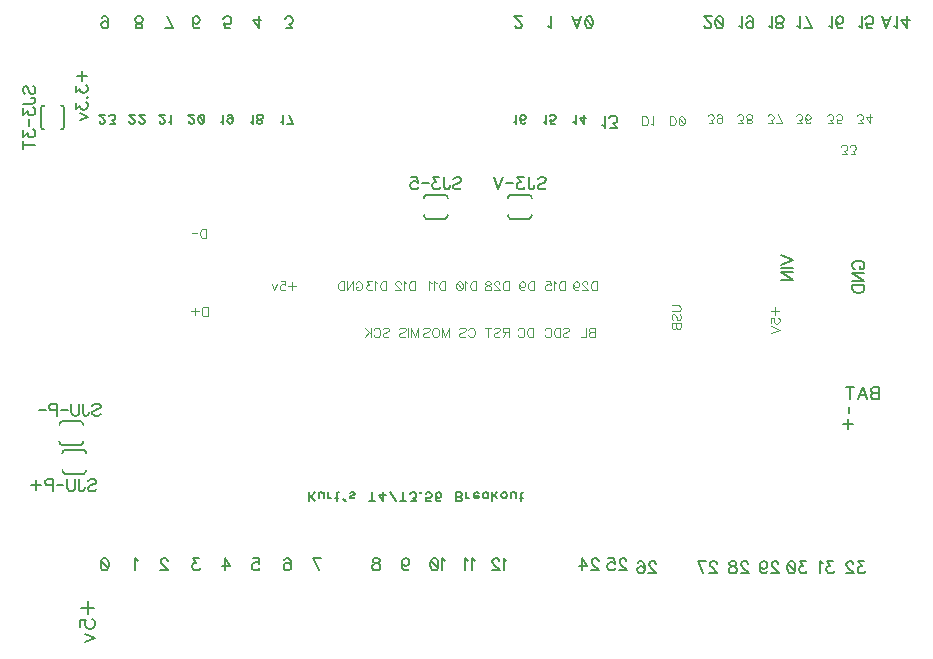
<source format=gbo>
G04 DipTrace 3.3.1.3*
G04 T4-T36-Breakout.gbo*
%MOIN*%
G04 #@! TF.FileFunction,Legend,Bot*
G04 #@! TF.Part,Single*
%ADD22C,0.008*%
%ADD129C,0.006176*%
%ADD130C,0.004632*%
%ADD131C,0.006562*%
%ADD132C,0.00772*%
%ADD133C,0.007*%
%FSLAX26Y26*%
G04*
G70*
G90*
G75*
G01*
G04 BotSilk*
%LPD*%
X1867911Y2033070D2*
D22*
X1804922D1*
X1867911Y1954330D2*
G03X1875793Y1966141I-1971J9850D01*
G01*
X1797040D2*
G03X1804922Y1954330I9852J-1961D01*
G01*
X1797040Y2021259D2*
G02X1804922Y2033070I9852J1961D01*
G01*
X1867911D2*
G02X1875793Y2021259I-1971J-9850D01*
G01*
X1804922Y1954330D2*
X1867911D1*
X519330Y2322478D2*
Y2259489D1*
X598070Y2322478D2*
G03X586259Y2330360I-9850J-1971D01*
G01*
Y2251607D2*
G03X598070Y2259489I1961J9852D01*
G01*
X531141Y2251607D2*
G02X519330Y2259489I-1961J9852D01*
G01*
Y2322478D2*
G02X531141Y2330360I9850J-1971D01*
G01*
X598070Y2259489D2*
Y2322478D1*
X2147911Y2033070D2*
X2084922D1*
X2147911Y1954330D2*
G03X2155793Y1966141I-1971J9850D01*
G01*
X2077040D2*
G03X2084922Y1954330I9852J-1961D01*
G01*
X2077040Y2021259D2*
G02X2084922Y2033070I9852J1961D01*
G01*
X2147911D2*
G02X2155793Y2021259I-1971J-9850D01*
G01*
X2084922Y1954330D2*
X2147911D1*
X599489Y1104330D2*
X662478D1*
X599489Y1183070D2*
G03X591607Y1171259I1971J-9850D01*
G01*
X670360D2*
G03X662478Y1183070I-9852J1961D01*
G01*
X670360Y1116141D2*
G02X662478Y1104330I-9852J-1961D01*
G01*
X599489D2*
G02X591607Y1116141I1971J9850D01*
G01*
X662478Y1183070D2*
X599489D1*
X589489Y1199330D2*
X652478D1*
X589489Y1278070D2*
G03X581607Y1266259I1971J-9850D01*
G01*
X660360D2*
G03X652478Y1278070I-9852J1961D01*
G01*
X660360Y1211141D2*
G02X652478Y1199330I-9852J-1961D01*
G01*
X589489D2*
G02X581607Y1211141I1971J9850D01*
G01*
X652478Y1278070D2*
X589489D1*
X1895143Y2085901D2*
D129*
X1898946Y2089747D1*
X1904694Y2091649D1*
X1912343D1*
X1918091Y2089747D1*
X1921938Y2085901D1*
Y2082098D1*
X1919992Y2078251D1*
X1918091Y2076350D1*
X1914289Y2074449D1*
X1902793Y2070602D1*
X1898946Y2068701D1*
X1897045Y2066755D1*
X1895143Y2062953D1*
Y2057205D1*
X1898946Y2053402D1*
X1904694Y2051457D1*
X1912343D1*
X1918091Y2053402D1*
X1921938Y2057205D1*
X1863646Y2091649D2*
Y2061051D1*
X1865548Y2055303D1*
X1867493Y2053402D1*
X1871296Y2051457D1*
X1875143D1*
X1878945Y2053402D1*
X1880846Y2055303D1*
X1882792Y2061051D1*
Y2064854D1*
X1847448Y2091604D2*
X1826446D1*
X1837898Y2076306D1*
X1832150D1*
X1828347Y2074404D1*
X1826446Y2072503D1*
X1824500Y2066755D1*
Y2062953D1*
X1826446Y2057205D1*
X1830248Y2053358D1*
X1835996Y2051457D1*
X1841745D1*
X1847448Y2053358D1*
X1849350Y2055303D1*
X1851295Y2059106D1*
X1812149Y2071530D2*
X1790041D1*
X1754742Y2091604D2*
X1773843D1*
X1775744Y2074404D1*
X1773843Y2076306D1*
X1768095Y2078251D1*
X1762391D1*
X1756643Y2076306D1*
X1752796Y2072503D1*
X1750895Y2066755D1*
Y2062953D1*
X1752796Y2057205D1*
X1756643Y2053358D1*
X1762391Y2051457D1*
X1768095D1*
X1773843Y2053358D1*
X1775744Y2055303D1*
X1777690Y2059106D1*
X466500Y2369283D2*
X462653Y2373086D1*
X460751Y2378834D1*
Y2386483D1*
X462653Y2392231D1*
X466500Y2396078D1*
X470302D1*
X474149Y2394132D1*
X476050Y2392231D1*
X477951Y2388429D1*
X481798Y2376933D1*
X483699Y2373086D1*
X485645Y2371184D1*
X489447Y2369283D1*
X495195D1*
X498998Y2373086D1*
X500943Y2378834D1*
Y2386483D1*
X498998Y2392231D1*
X495195Y2396078D1*
X460752Y2337786D2*
X491349D1*
X497097Y2339688D1*
X498998Y2341633D1*
X500943Y2345436D1*
Y2349283D1*
X498998Y2353085D1*
X497097Y2354986D1*
X491349Y2356932D1*
X487546D1*
X460796Y2321588D2*
Y2300586D1*
X476094Y2312038D1*
Y2306290D1*
X477996Y2302487D1*
X479897Y2300586D1*
X485645Y2298640D1*
X489447D1*
X495195Y2300586D1*
X499042Y2304388D1*
X500943Y2310136D1*
Y2315884D1*
X499042Y2321588D1*
X497097Y2323490D1*
X493294Y2325435D1*
X480870Y2286289D2*
Y2264181D1*
X460796Y2247983D2*
Y2226981D1*
X476094Y2238432D1*
Y2232684D1*
X477996Y2228882D1*
X479897Y2226981D1*
X485645Y2225035D1*
X489447D1*
X495195Y2226981D1*
X499042Y2230783D1*
X500944Y2236531D1*
X500943Y2242279D1*
X499042Y2247983D1*
X497097Y2249884D1*
X493294Y2251830D1*
X460751Y2199287D2*
X500944Y2199286D1*
X460752Y2212684D2*
X460751Y2185889D1*
X2177045Y2085901D2*
X2180847Y2089747D1*
X2186595Y2091649D1*
X2194244D1*
X2199992Y2089747D1*
X2203839Y2085901D1*
Y2082098D1*
X2201894Y2078251D1*
X2199992Y2076350D1*
X2196190Y2074449D1*
X2184694Y2070602D1*
X2180847Y2068701D1*
X2178946Y2066755D1*
X2177045Y2062953D1*
Y2057205D1*
X2180847Y2053402D1*
X2186595Y2051457D1*
X2194244D1*
X2199992Y2053402D1*
X2203839Y2057205D1*
X2145548Y2091649D2*
Y2061051D1*
X2147449Y2055303D1*
X2149395Y2053402D1*
X2153197Y2051457D1*
X2157044D1*
X2160846Y2053402D1*
X2162748Y2055303D1*
X2164693Y2061051D1*
Y2064854D1*
X2129350Y2091604D2*
X2108347D1*
X2119799Y2076306D1*
X2114051D1*
X2110248Y2074404D1*
X2108347Y2072503D1*
X2106402Y2066755D1*
Y2062953D1*
X2108347Y2057205D1*
X2112150Y2053358D1*
X2117898Y2051457D1*
X2123646D1*
X2129350Y2053358D1*
X2131251Y2055303D1*
X2133196Y2059106D1*
X2094050Y2071530D2*
X2071942D1*
X2059591Y2091649D2*
X2044292Y2051457D1*
X2028994Y2091649D1*
X678108Y1080015D2*
X681910Y1083862D1*
X687658Y1085763D1*
X695308D1*
X701056Y1083862D1*
X704903Y1080015D1*
Y1076212D1*
X702957Y1072366D1*
X701056Y1070464D1*
X697253Y1068563D1*
X685757Y1064716D1*
X681910Y1062815D1*
X680009Y1060870D1*
X678108Y1057067D1*
Y1051319D1*
X681910Y1047516D1*
X687658Y1045571D1*
X695308D1*
X701056Y1047516D1*
X704903Y1051319D1*
X646611Y1085763D2*
Y1055166D1*
X648512Y1049418D1*
X650458Y1047516D1*
X654260Y1045571D1*
X658107D1*
X661910Y1047516D1*
X663811Y1049418D1*
X665756Y1055166D1*
Y1058968D1*
X634260Y1085763D2*
Y1057067D1*
X632358Y1051319D1*
X628512Y1047516D1*
X622764Y1045571D1*
X618961D1*
X613213Y1047516D1*
X609366Y1051319D1*
X607465Y1057067D1*
Y1085763D1*
X595114Y1065645D2*
X573006D1*
X560654Y1064716D2*
X543410D1*
X537707Y1066618D1*
X535761Y1068563D1*
X533860Y1072366D1*
Y1078114D1*
X535761Y1081916D1*
X537707Y1083862D1*
X543410Y1085763D1*
X560654D1*
Y1045571D1*
X504308Y1082867D2*
Y1048423D1*
X521508Y1065623D2*
X487064D1*
X691940Y1330901D2*
X695742Y1334747D1*
X701490Y1336649D1*
X709140D1*
X714888Y1334747D1*
X718734Y1330901D1*
Y1327098D1*
X716789Y1323251D1*
X714888Y1321350D1*
X711085Y1319449D1*
X699589Y1315602D1*
X695742Y1313701D1*
X693841Y1311755D1*
X691940Y1307953D1*
Y1302205D1*
X695742Y1298402D1*
X701490Y1296457D1*
X709140D1*
X714888Y1298402D1*
X718734Y1302205D1*
X660443Y1336649D2*
Y1306051D1*
X662344Y1300303D1*
X664290Y1298402D1*
X668092Y1296457D1*
X671939D1*
X675742Y1298402D1*
X677643Y1300303D1*
X679588Y1306051D1*
Y1309854D1*
X648092Y1336649D2*
Y1307953D1*
X646190Y1302205D1*
X642344Y1298402D1*
X636596Y1296457D1*
X632793D1*
X627045Y1298402D1*
X623198Y1302205D1*
X621297Y1307953D1*
Y1336649D1*
X608946Y1316530D2*
X586838D1*
X574486Y1315602D2*
X557242D1*
X551538Y1317503D1*
X549593Y1319449D1*
X547692Y1323251D1*
Y1328999D1*
X549593Y1332802D1*
X551538Y1334747D1*
X557242Y1336649D1*
X574486D1*
Y1296457D1*
X535340Y1316530D2*
X513232D1*
X1965969Y814299D2*
X1962122Y816245D1*
X1956374Y821948D1*
Y781801D1*
X1944023Y814299D2*
X1940176Y816245D1*
X1934428Y821948D1*
Y781801D1*
X2071669Y813799D2*
X2067822Y815745D1*
X2062074Y821448D1*
Y781301D1*
X2047777Y811898D2*
Y813799D1*
X2045876Y817646D1*
X2043975Y819547D1*
X2040128Y821448D1*
X2032479D1*
X2028676Y819547D1*
X2026775Y817646D1*
X2024830Y813799D1*
Y809997D1*
X2026775Y806150D1*
X2030578Y800446D1*
X2049723Y781301D1*
X2022928D1*
X2391928Y2265031D2*
X2395774Y2263086D1*
X2401522Y2257382D1*
Y2297530D1*
X2417721Y2257382D2*
X2438723D1*
X2427271Y2272681D1*
X2433019D1*
X2436822Y2274582D1*
X2438723Y2276483D1*
X2440668Y2282231D1*
Y2286034D1*
X2438723Y2291782D1*
X2434920Y2295629D1*
X2429172Y2297530D1*
X2423424D1*
X2417721Y2295629D1*
X2415819Y2293683D1*
X2413874Y2289881D1*
X1337257Y2588025D2*
X1358260D1*
X1346808Y2603324D1*
X1352556D1*
X1356358Y2605225D1*
X1358260Y2607126D1*
X1360205Y2612874D1*
Y2616677D1*
X1358260Y2622425D1*
X1354457Y2626272D1*
X1348709Y2628173D1*
X1342961D1*
X1337257Y2626272D1*
X1335356Y2624326D1*
X1333411Y2620524D1*
X2321059Y2628173D2*
X2305716Y2587981D1*
X2290418Y2628173D1*
X2296166Y2614776D2*
X2315311D1*
X2344907Y2588025D2*
X2339159Y2589926D1*
X2335312Y2595674D1*
X2333411Y2605225D1*
Y2610973D1*
X2335312Y2620524D1*
X2339159Y2626272D1*
X2344907Y2628173D1*
X2348709D1*
X2354457Y2626272D1*
X2358260Y2620524D1*
X2360205Y2610973D1*
Y2605225D1*
X2358260Y2595674D1*
X2354457Y2589926D1*
X2348709Y2588025D1*
X2344907D1*
X2358260Y2595674D2*
X2335312Y2620524D1*
X1013157Y2278213D2*
D131*
Y2276788D1*
X1014583Y2273902D1*
X1016009Y2272477D1*
X1018894Y2271051D1*
X1024631D1*
X1027483Y2272477D1*
X1028909Y2273902D1*
X1030368Y2276788D1*
Y2279639D1*
X1028909Y2282525D1*
X1026057Y2286802D1*
X1011698Y2301161D1*
X1031794D1*
X1053540Y2271051D2*
X1049229Y2272476D1*
X1046343Y2276788D1*
X1044918Y2283950D1*
Y2288261D1*
X1046344Y2295424D1*
X1049229Y2299735D1*
X1053540Y2301161D1*
X1056392D1*
X1060703Y2299735D1*
X1063554Y2295424D1*
X1065014Y2288261D1*
Y2283950D1*
X1063554Y2276787D1*
X1060702Y2272476D1*
X1056391Y2271051D1*
X1053540D1*
X1063554Y2276787D2*
X1046344Y2295424D1*
X916057Y2278213D2*
Y2276788D1*
X917483Y2273902D1*
X918909Y2272477D1*
X921794Y2271051D1*
X927531D1*
X930383Y2272477D1*
X931809Y2273902D1*
X933268Y2276788D1*
Y2279639D1*
X931809Y2282525D1*
X928957Y2286802D1*
X914598Y2301161D1*
X934694D1*
X947817Y2276787D2*
X950702Y2275328D1*
X955014Y2271050D1*
Y2301161D1*
X815157Y2278213D2*
Y2276788D1*
X816583Y2273902D1*
X818009Y2272477D1*
X820894Y2271051D1*
X826631D1*
X829483Y2272477D1*
X830909Y2273902D1*
X832368Y2276788D1*
Y2279639D1*
X830909Y2282525D1*
X828057Y2286802D1*
X813698Y2301161D1*
X833794D1*
X848377Y2278213D2*
Y2276788D1*
X849803Y2273902D1*
X851229Y2272476D1*
X854114Y2271051D1*
X859851D1*
X862702Y2272476D1*
X864128Y2273902D1*
X865588Y2276787D1*
Y2279639D1*
X864128Y2282524D1*
X861277Y2286802D1*
X846918Y2301161D1*
X867014D1*
X716157Y2278213D2*
Y2276788D1*
X717583Y2273902D1*
X719009Y2272477D1*
X721894Y2271051D1*
X727631D1*
X730483Y2272477D1*
X731909Y2273902D1*
X733368Y2276788D1*
Y2279639D1*
X731909Y2282525D1*
X729057Y2286802D1*
X714698Y2301161D1*
X734794D1*
X750803Y2271051D2*
X766554Y2271050D1*
X757966Y2282524D1*
X762277D1*
X765128Y2283950D1*
X766554Y2285376D1*
X768014Y2289687D1*
Y2292539D1*
X766554Y2296850D1*
X763703Y2299735D1*
X759392Y2301161D1*
X755081D1*
X750803Y2299735D1*
X749377Y2298276D1*
X747918Y2295424D1*
X1121024Y2276788D2*
X1123909Y2275328D1*
X1128220Y2271051D1*
Y2301161D1*
X1160014Y2281065D2*
X1158554Y2285376D1*
X1155702Y2288261D1*
X1151391Y2289687D1*
X1149966D1*
X1145655Y2288261D1*
X1142803Y2285376D1*
X1141344Y2281065D1*
Y2279639D1*
X1142803Y2275328D1*
X1145655Y2272476D1*
X1149966Y2271051D1*
X1151391D1*
X1155702Y2272476D1*
X1158554Y2275328D1*
X1160014Y2281065D1*
Y2288261D1*
X1158554Y2295424D1*
X1155703Y2299735D1*
X1151392Y2301161D1*
X1148540D1*
X1144229Y2299735D1*
X1142803Y2296850D1*
X1320598Y2276788D2*
X1323483Y2275328D1*
X1327794Y2271051D1*
Y2301161D1*
X1346655D2*
X1361014Y2271050D1*
X1340918Y2271051D1*
X1218631Y2276788D2*
X1221516Y2275328D1*
X1225827Y2271051D1*
Y2301161D1*
X1246114Y2271051D2*
X1241836Y2272476D1*
X1240377Y2275328D1*
Y2278213D1*
X1241836Y2281065D1*
X1244688Y2282525D1*
X1250425Y2283950D1*
X1254736Y2285376D1*
X1257588Y2288261D1*
X1259014Y2291113D1*
Y2295424D1*
X1257588Y2298276D1*
X1256162Y2299735D1*
X1251851Y2301161D1*
X1246114D1*
X1241836Y2299735D1*
X1240377Y2298276D1*
X1238951Y2295424D1*
Y2291113D1*
X1240377Y2288261D1*
X1243262Y2285376D1*
X1247540Y2283950D1*
X1253277Y2282524D1*
X1256162Y2281065D1*
X1257588Y2278213D1*
Y2275328D1*
X1256162Y2272476D1*
X1251851Y2271051D1*
X1246114D1*
X653743Y657025D2*
D132*
X696798D1*
X675299Y678525D2*
Y635470D1*
X650179Y591346D2*
Y615222D1*
X671678Y617598D1*
X669302Y615222D1*
X666870Y608037D1*
Y600907D1*
X669302Y593722D1*
X674055Y588914D1*
X681240Y586537D1*
X685993D1*
X693178Y588914D1*
X697987Y593722D1*
X700363Y600907D1*
Y608037D1*
X697987Y615222D1*
X695555Y617598D1*
X690802Y620030D1*
X666870Y571098D2*
X700363Y556728D1*
X666870Y542413D1*
X639218Y2429084D2*
D129*
X673662D1*
X656462Y2446284D2*
Y2411840D1*
X636366Y2395642D2*
Y2374639D1*
X651665Y2386091D1*
Y2380343D1*
X653566Y2376541D1*
X655467Y2374639D1*
X661216Y2372694D1*
X665018D1*
X670766Y2374639D1*
X674613Y2378442D1*
X676514Y2384190D1*
Y2389938D1*
X674613Y2395642D1*
X672667Y2397543D1*
X668865Y2399489D1*
X672667Y2358441D2*
X674613Y2360342D1*
X676514Y2358441D1*
X674613Y2356496D1*
X672667Y2358441D1*
X636366Y2340298D2*
Y2319295D1*
X651665Y2330747D1*
Y2324999D1*
X653566Y2321196D1*
X655468Y2319295D1*
X661216Y2317350D1*
X665018D1*
X670766Y2319295D1*
X674613Y2323098D1*
X676514Y2328846D1*
Y2334594D1*
X674613Y2340298D1*
X672667Y2342199D1*
X668865Y2344144D1*
X649719Y2304998D2*
X676514Y2293502D1*
X649719Y2282050D1*
X2097057Y2276788D2*
D131*
X2099942Y2275328D1*
X2104253Y2271051D1*
Y2301161D1*
X2134588Y2275328D2*
X2133162Y2272476D1*
X2128851Y2271051D1*
X2125999D1*
X2121688Y2272476D1*
X2118803Y2276788D1*
X2117377Y2283950D1*
Y2291113D1*
X2118803Y2296850D1*
X2121688Y2299735D1*
X2125999Y2301161D1*
X2127425D1*
X2131703Y2299735D1*
X2134588Y2296850D1*
X2136014Y2292539D1*
Y2291113D1*
X2134588Y2286802D1*
X2131702Y2283950D1*
X2127425Y2282524D1*
X2125999D1*
X2121688Y2283950D1*
X2118803Y2286802D1*
X2117377Y2291113D1*
X2195598Y2276788D2*
X2198483Y2275328D1*
X2202794Y2271051D1*
Y2301161D1*
X2233128Y2271051D2*
X2218803D1*
X2217377Y2283950D1*
X2218803Y2282525D1*
X2223114Y2281065D1*
X2227391D1*
X2231702Y2282524D1*
X2234588Y2285376D1*
X2236014Y2289687D1*
Y2292539D1*
X2234588Y2296850D1*
X2231703Y2299735D1*
X2227392Y2301161D1*
X2223114D1*
X2218803Y2299735D1*
X2217377Y2298276D1*
X2215918Y2295424D1*
X2295155Y2276788D2*
X2298040Y2275328D1*
X2302351Y2271051D1*
Y2301161D1*
X2329834D2*
Y2271051D1*
X2315475Y2291113D1*
X2336996D1*
X2378825Y811898D2*
D129*
Y813799D1*
X2376924Y817646D1*
X2375022Y819547D1*
X2371175Y821448D1*
X2363526D1*
X2359724Y819547D1*
X2357822Y817646D1*
X2355877Y813799D1*
Y809997D1*
X2357822Y806150D1*
X2361625Y800446D1*
X2380770Y781301D1*
X2353976D1*
X2322479D2*
Y821448D1*
X2341624Y794698D1*
X2312928D1*
X2471924Y811898D2*
Y813799D1*
X2470022Y817646D1*
X2468121Y819547D1*
X2464274Y821448D1*
X2456625D1*
X2452822Y819547D1*
X2450921Y817646D1*
X2448976Y813799D1*
Y809997D1*
X2450921Y806150D1*
X2454724Y800446D1*
X2473869Y781301D1*
X2447074D1*
X2411775Y821448D2*
X2430876D1*
X2432777Y804249D1*
X2430876Y806150D1*
X2425128Y808095D1*
X2419424D1*
X2413676Y806150D1*
X2409830Y802347D1*
X2407928Y796599D1*
Y792797D1*
X2409830Y787049D1*
X2413676Y783202D1*
X2419424Y781301D1*
X2425128D1*
X2430876Y783202D1*
X2432777Y785147D1*
X2434723Y788950D1*
X2569978Y801898D2*
Y803799D1*
X2568077Y807646D1*
X2566175Y809547D1*
X2562329Y811448D1*
X2554679D1*
X2550877Y809547D1*
X2548976Y807646D1*
X2547030Y803799D1*
Y799997D1*
X2548976Y796150D1*
X2552778Y790446D1*
X2571924Y771301D1*
X2545129D1*
X2509830Y805745D2*
X2511731Y809547D1*
X2517479Y811448D1*
X2521281D1*
X2527029Y809547D1*
X2530876Y803799D1*
X2532777Y794249D1*
Y784698D1*
X2530876Y777049D1*
X2527029Y773202D1*
X2521281Y771301D1*
X2519380D1*
X2513676Y773202D1*
X2509830Y777049D1*
X2507928Y782797D1*
Y784698D1*
X2509830Y790446D1*
X2513676Y794249D1*
X2519380Y796150D1*
X2521281D1*
X2527029Y794249D1*
X2530876Y790446D1*
X2532777Y784698D1*
X2772924Y803398D2*
Y805299D1*
X2771022Y809146D1*
X2769121Y811047D1*
X2765274Y812948D1*
X2757625D1*
X2753822Y811047D1*
X2751921Y809146D1*
X2749976Y805299D1*
Y801497D1*
X2751921Y797650D1*
X2755724Y791946D1*
X2774869Y772801D1*
X2748074D1*
X2728074D2*
X2708928Y812948D1*
X2735723D1*
X2876879Y802398D2*
Y804299D1*
X2874978Y808146D1*
X2873077Y810047D1*
X2869230Y811948D1*
X2861581D1*
X2857778Y810047D1*
X2855877Y808146D1*
X2853931Y804299D1*
Y800497D1*
X2855877Y796650D1*
X2859679Y790946D1*
X2878825Y771801D1*
X2852030D1*
X2830128Y811948D2*
X2835832Y810047D1*
X2837777Y806245D1*
Y802398D1*
X2835832Y798595D1*
X2832029Y796650D1*
X2824380Y794749D1*
X2818632Y792847D1*
X2814830Y789001D1*
X2812928Y785198D1*
Y779450D1*
X2814830Y775647D1*
X2816731Y773702D1*
X2822479Y771801D1*
X2830128D1*
X2835832Y773702D1*
X2837777Y775647D1*
X2839679Y779450D1*
Y785198D1*
X2837777Y789001D1*
X2833931Y792847D1*
X2828227Y794749D1*
X2820578Y796650D1*
X2816731Y798595D1*
X2814830Y802398D1*
Y806245D1*
X2816731Y810047D1*
X2822479Y811948D1*
X2830128D1*
X2978522Y802898D2*
Y804799D1*
X2976621Y808646D1*
X2974720Y810547D1*
X2970873Y812448D1*
X2963224D1*
X2959421Y810547D1*
X2957520Y808646D1*
X2955574Y804799D1*
Y800997D1*
X2957520Y797150D1*
X2961322Y791446D1*
X2980468Y772301D1*
X2953673D1*
X2916428Y799095D2*
X2918374Y793347D1*
X2922176Y789501D1*
X2927924Y787599D1*
X2929826D1*
X2935574Y789501D1*
X2939376Y793347D1*
X2941322Y799095D1*
Y800997D1*
X2939376Y806745D1*
X2935574Y810547D1*
X2929826Y812448D1*
X2927924D1*
X2922176Y810547D1*
X2918374Y806745D1*
X2916428Y799095D1*
Y789501D1*
X2918374Y779950D1*
X2922176Y774202D1*
X2927924Y772301D1*
X2931727D1*
X2937475Y774202D1*
X2939376Y778049D1*
X3265022Y811448D2*
X3244020D1*
X3255472Y796150D1*
X3249724D1*
X3245921Y794249D1*
X3244020Y792347D1*
X3242074Y786599D1*
Y782797D1*
X3244020Y777049D1*
X3247822Y773202D1*
X3253570Y771301D1*
X3259318D1*
X3265022Y773202D1*
X3266924Y775147D1*
X3268869Y778950D1*
X3227777Y801898D2*
Y803799D1*
X3225876Y807646D1*
X3223975Y809547D1*
X3220128Y811448D1*
X3212479D1*
X3208676Y809547D1*
X3206775Y807646D1*
X3204830Y803799D1*
Y799997D1*
X3206775Y796150D1*
X3210578Y790446D1*
X3229723Y771301D1*
X3202928D1*
X3352675Y2628173D2*
X3337332Y2587981D1*
X3322034Y2628173D1*
X3327782Y2614776D2*
X3346927D1*
X3365026Y2595674D2*
X3368873Y2593729D1*
X3374621Y2588025D1*
Y2628173D1*
X3406118D2*
Y2588025D1*
X3386973Y2614776D1*
X3415668D1*
X3148410Y2595674D2*
X3152257Y2593729D1*
X3158005Y2588025D1*
Y2628173D1*
X3193304Y2593729D2*
X3191403Y2589926D1*
X3185655Y2588025D1*
X3181852D1*
X3176104Y2589926D1*
X3172257Y2595674D1*
X3170356Y2605225D1*
Y2614776D1*
X3172257Y2622425D1*
X3176104Y2626272D1*
X3181852Y2628173D1*
X3183753D1*
X3189457Y2626272D1*
X3193304Y2622425D1*
X3195205Y2616677D1*
Y2614776D1*
X3193304Y2609028D1*
X3189457Y2605225D1*
X3183753Y2603324D1*
X3181852D1*
X3176104Y2605225D1*
X3172257Y2609028D1*
X3170356Y2614776D1*
X3041464Y2595674D2*
X3045311Y2593729D1*
X3051059Y2588025D1*
Y2628173D1*
X3071060D2*
X3090205Y2588025D1*
X3063411D1*
X3246464Y2595674D2*
X3250311Y2593729D1*
X3256059Y2588025D1*
Y2628173D1*
X3291358Y2588025D2*
X3272257D1*
X3270356Y2605225D1*
X3272257Y2603324D1*
X3278005Y2601378D1*
X3283709D1*
X3289457Y2603324D1*
X3293304Y2607126D1*
X3295205Y2612874D1*
Y2616677D1*
X3293304Y2622425D1*
X3289457Y2626272D1*
X3283709Y2628173D1*
X3278005D1*
X3272257Y2626272D1*
X3270356Y2624326D1*
X3268411Y2620524D1*
X2946972Y2595674D2*
X2950819Y2593729D1*
X2956567Y2588025D1*
Y2628173D1*
X2978469Y2588025D2*
X2972765Y2589926D1*
X2970819Y2593729D1*
Y2597576D1*
X2972765Y2601378D1*
X2976567Y2603324D1*
X2984217Y2605225D1*
X2989965Y2607126D1*
X2993767Y2610973D1*
X2995668Y2614776D1*
Y2620524D1*
X2993767Y2624326D1*
X2991866Y2626272D1*
X2986118Y2628173D1*
X2978469D1*
X2972765Y2626272D1*
X2970819Y2624326D1*
X2968918Y2620524D1*
Y2614776D1*
X2970819Y2610973D1*
X2974666Y2607126D1*
X2980370Y2605225D1*
X2988019Y2603324D1*
X2991866Y2601378D1*
X2993767Y2597576D1*
Y2593729D1*
X2991866Y2589926D1*
X2986118Y2588025D1*
X2978469D1*
X2731210Y2597576D2*
Y2595674D1*
X2733111Y2591828D1*
X2735013Y2589926D1*
X2738859Y2588025D1*
X2746509D1*
X2750311Y2589926D1*
X2752212Y2591828D1*
X2754158Y2595674D1*
Y2599477D1*
X2752212Y2603324D1*
X2748410Y2609028D1*
X2729265Y2628173D1*
X2756059D1*
X2779907Y2588025D2*
X2774159Y2589926D1*
X2770312Y2595674D1*
X2768411Y2605225D1*
Y2610973D1*
X2770312Y2620524D1*
X2774159Y2626272D1*
X2779907Y2628173D1*
X2783709D1*
X2789457Y2626272D1*
X2793260Y2620524D1*
X2795205Y2610973D1*
Y2605225D1*
X2793260Y2595674D1*
X2789457Y2589926D1*
X2783709Y2588025D1*
X2779907D1*
X2793260Y2595674D2*
X2770312Y2620524D1*
X2848366Y2595674D2*
X2852212Y2593729D1*
X2857960Y2588025D1*
X2857961Y2628173D1*
X2895205Y2601378D2*
X2893260Y2607126D1*
X2889457Y2610973D1*
X2883709Y2612874D1*
X2881808D1*
X2876060Y2610973D1*
X2872257Y2607126D1*
X2870312Y2601378D1*
Y2599477D1*
X2872257Y2593729D1*
X2876060Y2589926D1*
X2881808Y2588025D1*
X2883709D1*
X2889457Y2589926D1*
X2893260Y2593729D1*
X2895205Y2601378D1*
Y2610973D1*
X2893260Y2620524D1*
X2889457Y2626272D1*
X2883709Y2628173D1*
X2879907D1*
X2874159Y2626272D1*
X2872257Y2622425D1*
X2622930Y1665093D2*
D130*
X2644452D1*
X2648763Y1663668D1*
X2651615Y1660782D1*
X2653074Y1656471D1*
Y1653620D1*
X2651615Y1649308D1*
X2648763Y1646423D1*
X2644452Y1644997D1*
X2622930D1*
X2627241Y1615638D2*
X2624356Y1618490D1*
X2622930Y1622801D1*
Y1628538D1*
X2624356Y1632849D1*
X2627241Y1635734D1*
X2630093D1*
X2632978Y1634275D1*
X2634404Y1632849D1*
X2635830Y1629997D1*
X2638715Y1621375D1*
X2640141Y1618490D1*
X2641600Y1617064D1*
X2644452Y1615638D1*
X2648763D1*
X2651615Y1618490D1*
X2653074Y1622801D1*
Y1628538D1*
X2651615Y1632849D1*
X2648763Y1635734D1*
X2622930Y1606374D2*
X2653074D1*
Y1593441D1*
X2651615Y1589130D1*
X2650189Y1587704D1*
X2647337Y1586278D1*
X2643026D1*
X2640141Y1587704D1*
X2638715Y1589130D1*
X2637289Y1593441D1*
X2635830Y1589130D1*
X2634404Y1587704D1*
X2631552Y1586278D1*
X2628667D1*
X2625815Y1587704D1*
X2624356Y1589130D1*
X2622930Y1593441D1*
Y1606374D1*
X2637289D2*
Y1593441D1*
X2210610Y2595674D2*
D129*
X2214457Y2593729D1*
X2220205Y2588025D1*
Y2628173D1*
X2100356Y2597576D2*
Y2595674D1*
X2102257Y2591828D1*
X2104159Y2589926D1*
X2108005Y2588025D1*
X2115655D1*
X2119457Y2589926D1*
X2121358Y2591828D1*
X2123304Y2595674D1*
Y2599477D1*
X2121358Y2603324D1*
X2117556Y2609028D1*
X2098411Y2628173D1*
X2125205D1*
X1245655D2*
Y2588025D1*
X1226509Y2614776D1*
X1255205D1*
X1151358Y2588025D2*
X1132257D1*
X1130356Y2605225D1*
X1132257Y2603324D1*
X1138005Y2601378D1*
X1143709D1*
X1149457Y2603324D1*
X1153304Y2607126D1*
X1155205Y2612874D1*
Y2616677D1*
X1153304Y2622425D1*
X1149457Y2626272D1*
X1143709Y2628173D1*
X1138005D1*
X1132257Y2626272D1*
X1130356Y2624326D1*
X1128411Y2620524D1*
X1048304Y2593729D2*
X1046403Y2589926D1*
X1040655Y2588025D1*
X1036852D1*
X1031104Y2589926D1*
X1027257Y2595674D1*
X1025356Y2605225D1*
Y2614776D1*
X1027257Y2622425D1*
X1031104Y2626272D1*
X1036852Y2628173D1*
X1038753D1*
X1044457Y2626272D1*
X1048304Y2622425D1*
X1050205Y2616677D1*
Y2614776D1*
X1048304Y2609028D1*
X1044457Y2605225D1*
X1038753Y2603324D1*
X1036852D1*
X1031104Y2605225D1*
X1027257Y2609028D1*
X1025356Y2614776D1*
X941060Y2628173D2*
X960205Y2588025D1*
X933411D1*
X843005D2*
X837302Y2589926D1*
X835356Y2593729D1*
Y2597576D1*
X837302Y2601378D1*
X841104Y2603324D1*
X848753Y2605225D1*
X854501Y2607126D1*
X858304Y2610973D1*
X860205Y2614776D1*
Y2620524D1*
X858304Y2624326D1*
X856403Y2626272D1*
X850655Y2628173D1*
X843005D1*
X837302Y2626272D1*
X835356Y2624326D1*
X833455Y2620524D1*
Y2614776D1*
X835356Y2610973D1*
X839203Y2607126D1*
X844907Y2605225D1*
X852556Y2603324D1*
X856403Y2601378D1*
X858304Y2597576D1*
Y2593729D1*
X856403Y2589926D1*
X850655Y2588025D1*
X843005D1*
X745205Y2601378D2*
X743260Y2607126D1*
X739457Y2610973D1*
X733709Y2612874D1*
X731808D1*
X726060Y2610973D1*
X722257Y2607126D1*
X720312Y2601378D1*
Y2599477D1*
X722257Y2593729D1*
X726060Y2589926D1*
X731808Y2588025D1*
X733709D1*
X739457Y2589926D1*
X743260Y2593729D1*
X745205Y2601378D1*
Y2610973D1*
X743260Y2620524D1*
X739457Y2626272D1*
X733709Y2628173D1*
X729907D1*
X724159Y2626272D1*
X722257Y2622425D1*
X3070022Y811948D2*
X3049020D1*
X3060472Y796650D1*
X3054724D1*
X3050921Y794749D1*
X3049020Y792847D1*
X3047074Y787099D1*
Y783297D1*
X3049020Y777549D1*
X3052822Y773702D1*
X3058570Y771801D1*
X3064318D1*
X3070022Y773702D1*
X3071924Y775647D1*
X3073869Y779450D1*
X3023227Y811948D2*
X3028975Y810047D1*
X3032822Y804299D1*
X3034723Y794749D1*
Y789001D1*
X3032822Y779450D1*
X3028975Y773702D1*
X3023227Y771801D1*
X3019424D1*
X3013676Y773702D1*
X3009874Y779450D1*
X3007928Y789001D1*
Y794749D1*
X3009874Y804299D1*
X3013676Y810047D1*
X3019424Y811948D1*
X3023227D1*
X3009874Y804299D2*
X3032822Y779450D1*
X3161322Y812448D2*
X3140320D1*
X3151772Y797150D1*
X3146024D1*
X3142221Y795249D1*
X3140320Y793347D1*
X3138374Y787599D1*
Y783797D1*
X3140320Y778049D1*
X3144122Y774202D1*
X3149871Y772301D1*
X3155619D1*
X3161322Y774202D1*
X3163224Y776147D1*
X3165169Y779950D1*
X3126023Y804799D2*
X3122176Y806745D1*
X3116428Y812448D1*
Y772301D1*
X1641628Y821948D2*
X1647332Y820047D1*
X1649277Y816245D1*
Y812398D1*
X1647332Y808595D1*
X1643529Y806650D1*
X1635880Y804749D1*
X1630132Y802847D1*
X1626330Y799001D1*
X1624428Y795198D1*
Y789450D1*
X1626330Y785647D1*
X1628231Y783702D1*
X1633979Y781801D1*
X1641628D1*
X1647332Y783702D1*
X1649277Y785647D1*
X1651179Y789450D1*
Y795198D1*
X1649277Y799001D1*
X1645431Y802847D1*
X1639727Y804749D1*
X1632078Y806650D1*
X1628231Y808595D1*
X1626330Y812398D1*
Y816245D1*
X1628231Y820047D1*
X1633979Y821948D1*
X1641628D1*
X1722928Y808095D2*
X1724874Y802347D1*
X1728676Y798501D1*
X1734424Y796599D1*
X1736326D1*
X1742074Y798501D1*
X1745876Y802347D1*
X1747822Y808095D1*
Y809997D1*
X1745876Y815745D1*
X1742074Y819547D1*
X1736326Y821448D1*
X1734424D1*
X1728676Y819547D1*
X1724874Y815745D1*
X1722928Y808095D1*
Y798501D1*
X1724874Y788950D1*
X1728676Y783202D1*
X1734424Y781301D1*
X1738227D1*
X1743975Y783202D1*
X1745876Y787049D1*
X1866669Y813799D2*
X1862822Y815745D1*
X1857074Y821448D1*
Y781301D1*
X1833227Y821448D2*
X1838975Y819547D1*
X1842822Y813799D1*
X1844723Y804249D1*
Y798501D1*
X1842822Y788950D1*
X1838975Y783202D1*
X1833227Y781301D1*
X1829424D1*
X1823676Y783202D1*
X1819874Y788950D1*
X1817928Y798501D1*
Y804249D1*
X1819874Y813799D1*
X1823676Y819547D1*
X1829424Y821448D1*
X1833227D1*
X1819874Y813799D2*
X1842822Y788950D1*
X1047376Y821948D2*
X1026374D1*
X1037826Y806650D1*
X1032078D1*
X1028275Y804749D1*
X1026374Y802847D1*
X1024428Y797099D1*
Y793297D1*
X1026374Y787549D1*
X1030176Y783702D1*
X1035924Y781801D1*
X1041672D1*
X1047376Y783702D1*
X1049277Y785647D1*
X1051223Y789450D1*
X1132479Y781301D2*
Y821448D1*
X1151624Y794698D1*
X1122928D1*
X734727Y821948D2*
X740475Y820047D1*
X744322Y814299D1*
X746223Y804749D1*
Y799001D1*
X744322Y789450D1*
X740475Y783702D1*
X734727Y781801D1*
X730924D1*
X725176Y783702D1*
X721374Y789450D1*
X719428Y799001D1*
Y804749D1*
X721374Y814299D1*
X725176Y820047D1*
X730924Y821948D1*
X734727D1*
X721374Y814299D2*
X744322Y789450D1*
X842523Y813799D2*
X838676Y815745D1*
X832928Y821448D1*
Y781301D1*
X942777Y811898D2*
Y813799D1*
X940876Y817646D1*
X938975Y819547D1*
X935128Y821448D1*
X927479D1*
X923676Y819547D1*
X921775Y817646D1*
X919830Y813799D1*
Y809997D1*
X921775Y806150D1*
X925578Y800446D1*
X944723Y781301D1*
X917928D1*
X1331330Y816245D2*
X1333231Y820047D1*
X1338979Y821948D1*
X1342781D1*
X1348529Y820047D1*
X1352376Y814299D1*
X1354277Y804749D1*
Y795198D1*
X1352376Y787549D1*
X1348529Y783702D1*
X1342781Y781801D1*
X1340880D1*
X1335176Y783702D1*
X1331330Y787549D1*
X1329428Y793297D1*
Y795198D1*
X1331330Y800946D1*
X1335176Y804749D1*
X1340880Y806650D1*
X1342781D1*
X1348529Y804749D1*
X1352376Y800946D1*
X1354277Y795198D1*
X1447074Y781301D2*
X1427928Y821448D1*
X1454723D1*
X1226775D2*
X1245876D1*
X1247777Y804249D1*
X1245876Y806150D1*
X1240128Y808095D1*
X1234424D1*
X1228676Y806150D1*
X1224830Y802347D1*
X1222928Y796599D1*
Y792797D1*
X1224830Y787049D1*
X1228676Y783202D1*
X1234424Y781301D1*
X1240128D1*
X1245876Y783202D1*
X1247777Y785147D1*
X1249723Y788950D1*
X1412104Y1012082D2*
D133*
Y1042226D1*
X1432200Y1012082D2*
X1412104Y1032178D1*
X1419267Y1024982D2*
X1432200Y1042226D1*
X1446200Y1022130D2*
Y1036489D1*
X1447626Y1040767D1*
X1450511Y1042226D1*
X1454822D1*
X1457674Y1040767D1*
X1461985Y1036489D1*
Y1022130D2*
Y1042226D1*
X1475985Y1022130D2*
Y1042226D1*
Y1030752D2*
X1477444Y1026441D1*
X1480296Y1023556D1*
X1483181Y1022130D1*
X1487492D1*
X1505803Y1012082D2*
Y1036489D1*
X1507229Y1040767D1*
X1510114Y1042226D1*
X1512966D1*
X1501492Y1022130D2*
X1511540D1*
X1534162Y1012115D2*
X1526966Y1020737D1*
X1535588Y1013541D1*
X1534162Y1012115D1*
X1565373Y1026441D2*
X1563947Y1023556D1*
X1559636Y1022130D1*
X1555325D1*
X1551014Y1023556D1*
X1549588Y1026441D1*
X1551014Y1029293D1*
X1553899Y1030752D1*
X1561062Y1032178D1*
X1563947Y1033604D1*
X1565373Y1036489D1*
Y1037915D1*
X1563947Y1040767D1*
X1559636Y1042226D1*
X1555325D1*
X1551014Y1040767D1*
X1549588Y1037915D1*
X1623318Y1012082D2*
Y1042226D1*
X1613270Y1012082D2*
X1633366D1*
X1661725Y1042226D2*
Y1012115D1*
X1647366Y1032178D1*
X1668888D1*
X1682888Y1042226D2*
X1702984Y1012115D1*
X1727032Y1012082D2*
Y1042226D1*
X1716984Y1012082D2*
X1737080D1*
X1753965Y1012115D2*
X1769717D1*
X1761128Y1023589D1*
X1765439D1*
X1768291Y1025015D1*
X1769717Y1026441D1*
X1771176Y1030752D1*
Y1033604D1*
X1769717Y1037915D1*
X1766865Y1040800D1*
X1762554Y1042226D1*
X1758243D1*
X1753965Y1040800D1*
X1752539Y1039341D1*
X1751080Y1036489D1*
X1786602Y1039341D2*
X1785176Y1040800D1*
X1786602Y1042226D1*
X1788061Y1040800D1*
X1786602Y1039341D1*
X1819272Y1012115D2*
X1804946D1*
X1803520Y1025015D1*
X1804946Y1023589D1*
X1809257Y1022130D1*
X1813535D1*
X1817846Y1023589D1*
X1820731Y1026441D1*
X1822157Y1030752D1*
Y1033604D1*
X1820731Y1037915D1*
X1817846Y1040800D1*
X1813535Y1042226D1*
X1809257D1*
X1804946Y1040800D1*
X1803520Y1039341D1*
X1802061Y1036489D1*
X1853368Y1016393D2*
X1851942Y1013541D1*
X1847631Y1012115D1*
X1844779D1*
X1840468Y1013541D1*
X1837583Y1017852D1*
X1836157Y1025015D1*
Y1032178D1*
X1837583Y1037915D1*
X1840468Y1040800D1*
X1844779Y1042226D1*
X1846205D1*
X1850483Y1040800D1*
X1853368Y1037915D1*
X1854794Y1033604D1*
Y1032178D1*
X1853368Y1027867D1*
X1850483Y1025015D1*
X1846205Y1023589D1*
X1844779D1*
X1840468Y1025015D1*
X1837583Y1027867D1*
X1836157Y1032178D1*
X1902691Y1012082D2*
Y1042226D1*
X1915624D1*
X1919935Y1040767D1*
X1921361Y1039341D1*
X1922787Y1036489D1*
Y1032178D1*
X1921361Y1029293D1*
X1919935Y1027867D1*
X1915624Y1026441D1*
X1919935Y1024982D1*
X1921361Y1023556D1*
X1922787Y1020704D1*
Y1017819D1*
X1921361Y1014967D1*
X1919935Y1013508D1*
X1915624Y1012082D1*
X1902691D1*
Y1026441D2*
X1915624D1*
X1936787Y1022130D2*
Y1042226D1*
Y1030752D2*
X1938246Y1026441D1*
X1941098Y1023556D1*
X1943983Y1022130D1*
X1948294D1*
X1962294Y1030752D2*
X1979505D1*
Y1027867D1*
X1978079Y1024982D1*
X1976653Y1023556D1*
X1973768Y1022130D1*
X1969457D1*
X1966605Y1023556D1*
X1963720Y1026441D1*
X1962294Y1030752D1*
Y1033604D1*
X1963720Y1037915D1*
X1966605Y1040767D1*
X1969457Y1042226D1*
X1973768D1*
X1976653Y1040767D1*
X1979505Y1037915D1*
X2010716Y1022130D2*
Y1042226D1*
Y1026441D2*
X2007864Y1023556D1*
X2004979Y1022130D1*
X2000701D1*
X1997816Y1023556D1*
X1994964Y1026441D1*
X1993505Y1030752D1*
Y1033604D1*
X1994964Y1037915D1*
X1997816Y1040767D1*
X2000701Y1042226D1*
X2004979D1*
X2007864Y1040767D1*
X2010716Y1037915D1*
X2024716Y1012082D2*
Y1042226D1*
X2039075Y1022130D2*
X2024716Y1036489D1*
X2030453Y1030752D2*
X2040501Y1042226D1*
X2061664Y1022130D2*
X2058812Y1023556D1*
X2055927Y1026441D1*
X2054501Y1030752D1*
Y1033604D1*
X2055927Y1037915D1*
X2058812Y1040767D1*
X2061664Y1042226D1*
X2065975D1*
X2068860Y1040767D1*
X2071712Y1037915D1*
X2073171Y1033604D1*
Y1030752D1*
X2071712Y1026441D1*
X2068860Y1023556D1*
X2065975Y1022130D1*
X2061664D1*
X2087171D2*
Y1036489D1*
X2088597Y1040767D1*
X2091482Y1042226D1*
X2095793D1*
X2098645Y1040767D1*
X2102956Y1036489D1*
Y1022130D2*
Y1042226D1*
X2121267Y1012082D2*
Y1036489D1*
X2122693Y1040767D1*
X2125578Y1042226D1*
X2128430D1*
X2116956Y1022130D2*
X2127004D1*
X3189870Y2169622D2*
D130*
X3205622D1*
X3197033Y2181096D1*
X3201344D1*
X3204196Y2182522D1*
X3205622Y2183948D1*
X3207081Y2188259D1*
Y2191111D1*
X3205622Y2195422D1*
X3202770Y2198307D1*
X3198459Y2199733D1*
X3194148D1*
X3189870Y2198307D1*
X3188444Y2196848D1*
X3186985Y2193996D1*
X3219229Y2169622D2*
X3234981D1*
X3226392Y2181096D1*
X3230703D1*
X3233555Y2182522D1*
X3234981Y2183948D1*
X3236440Y2188259D1*
Y2191111D1*
X3234981Y2195422D1*
X3232129Y2198307D1*
X3227818Y2199733D1*
X3223507D1*
X3219230Y2198307D1*
X3217804Y2196848D1*
X3216344Y2193996D1*
X3144407Y2272016D2*
X3160159D1*
X3151570Y2283490D1*
X3155881D1*
X3158733Y2284916D1*
X3160159Y2286342D1*
X3161618Y2290653D1*
Y2293505D1*
X3160159Y2297816D1*
X3157307Y2300701D1*
X3152996Y2302127D1*
X3148685D1*
X3144407Y2300701D1*
X3142981Y2299242D1*
X3141522Y2296390D1*
X3188092Y2272016D2*
X3173766D1*
X3172340Y2284916D1*
X3173766Y2283490D1*
X3178077Y2282031D1*
X3182355D1*
X3186666Y2283490D1*
X3189551Y2286342D1*
X3190977Y2290653D1*
Y2293505D1*
X3189551Y2297816D1*
X3186666Y2300701D1*
X3182355Y2302127D1*
X3178077D1*
X3173766Y2300701D1*
X3172340Y2299242D1*
X3170881Y2296390D1*
X3040866Y2272016D2*
X3056618D1*
X3048029Y2283490D1*
X3052340D1*
X3055192Y2284916D1*
X3056618Y2286342D1*
X3058077Y2290653D1*
Y2293505D1*
X3056618Y2297816D1*
X3053766Y2300701D1*
X3049455Y2302127D1*
X3045144D1*
X3040866Y2300701D1*
X3039440Y2299242D1*
X3037981Y2296390D1*
X3084551Y2276294D2*
X3083125Y2273442D1*
X3078814Y2272016D1*
X3075962D1*
X3071651Y2273442D1*
X3068766Y2277753D1*
X3067340Y2284916D1*
Y2292079D1*
X3068766Y2297816D1*
X3071651Y2300701D1*
X3075962Y2302127D1*
X3077388D1*
X3081666Y2300701D1*
X3084551Y2297816D1*
X3085977Y2293505D1*
Y2292079D1*
X3084551Y2287768D1*
X3081666Y2284916D1*
X3077388Y2283490D1*
X3075962D1*
X3071651Y2284916D1*
X3068766Y2287768D1*
X3067340Y2292079D1*
X3242981Y2272016D2*
X3258733D1*
X3250144Y2283490D1*
X3254455D1*
X3257307Y2284916D1*
X3258733Y2286342D1*
X3260192Y2290653D1*
Y2293505D1*
X3258733Y2297816D1*
X3255881Y2300701D1*
X3251570Y2302127D1*
X3247259D1*
X3242981Y2300701D1*
X3241555Y2299242D1*
X3240096Y2296390D1*
X3283814Y2302127D2*
Y2272016D1*
X3269455Y2292079D1*
X3290977D1*
X2944870Y2272016D2*
X2960622D1*
X2952033Y2283490D1*
X2956344D1*
X2959196Y2284916D1*
X2960622Y2286342D1*
X2962081Y2290653D1*
Y2293505D1*
X2960622Y2297816D1*
X2957770Y2300701D1*
X2953459Y2302127D1*
X2949148D1*
X2944870Y2300701D1*
X2943444Y2299242D1*
X2941985Y2296390D1*
X2977081Y2302127D2*
X2991440Y2272016D1*
X2971344D1*
X2745833D2*
X2761584D1*
X2752996Y2283490D1*
X2757307D1*
X2760159Y2284916D1*
X2761585Y2286342D1*
X2763044Y2290653D1*
Y2293505D1*
X2761585Y2297816D1*
X2758733Y2300701D1*
X2754422Y2302127D1*
X2750111D1*
X2745833Y2300701D1*
X2744407Y2299242D1*
X2742948Y2296390D1*
X2790977Y2282031D2*
X2789518Y2286342D1*
X2786666Y2289227D1*
X2782355Y2290653D1*
X2780929D1*
X2776618Y2289227D1*
X2773766Y2286342D1*
X2772307Y2282031D1*
Y2280605D1*
X2773766Y2276294D1*
X2776618Y2273442D1*
X2780929Y2272016D1*
X2782355D1*
X2786666Y2273442D1*
X2789518Y2276294D1*
X2790977Y2282031D1*
Y2289227D1*
X2789518Y2296390D1*
X2786666Y2300701D1*
X2782355Y2302127D1*
X2779503D1*
X2775192Y2300701D1*
X2773766Y2297816D1*
X2844440Y2272016D2*
X2860192D1*
X2851603Y2283490D1*
X2855914D1*
X2858766Y2284916D1*
X2860192Y2286342D1*
X2861651Y2290653D1*
Y2293505D1*
X2860192Y2297816D1*
X2857340Y2300701D1*
X2853029Y2302127D1*
X2848718D1*
X2844440Y2300701D1*
X2843014Y2299242D1*
X2841555Y2296390D1*
X2878077Y2272016D2*
X2873799Y2273442D1*
X2872340Y2276294D1*
Y2279179D1*
X2873799Y2282031D1*
X2876651Y2283490D1*
X2882388Y2284916D1*
X2886699Y2286342D1*
X2889551Y2289227D1*
X2890977Y2292079D1*
Y2296390D1*
X2889551Y2299242D1*
X2888125Y2300701D1*
X2883814Y2302127D1*
X2878077D1*
X2873799Y2300701D1*
X2872340Y2299242D1*
X2870914Y2296390D1*
Y2292079D1*
X2872340Y2289227D1*
X2875225Y2286342D1*
X2879503Y2284916D1*
X2885240Y2283490D1*
X2888125Y2282031D1*
X2889551Y2279179D1*
Y2276294D1*
X2888125Y2273442D1*
X2883814Y2272016D1*
X2878077D1*
X2954396Y1646488D2*
X2980229D1*
X2967329Y1659388D2*
X2967330Y1633555D1*
X2952258Y1607081D2*
Y1621407D1*
X2965157Y1622833D1*
X2963731Y1621407D1*
X2962272Y1617096D1*
Y1612818D1*
X2963731Y1608507D1*
X2966583Y1605622D1*
X2970894Y1604196D1*
X2973746D1*
X2978057Y1605622D1*
X2980942Y1608507D1*
X2982368Y1612818D1*
Y1617096D1*
X2980942Y1621407D1*
X2979483Y1622833D1*
X2976631Y1624292D1*
X2952224Y1594932D2*
X2982368Y1583458D1*
X2952224Y1571985D1*
X1358152Y1742532D2*
Y1716700D1*
X1371052Y1729599D2*
X1345219D1*
X1318744Y1744671D2*
X1333070D1*
X1334496Y1731772D1*
X1333070Y1733197D1*
X1328759Y1734657D1*
X1324481D1*
X1320170Y1733197D1*
X1317285Y1730346D1*
X1315859Y1726035D1*
Y1723183D1*
X1317285Y1718872D1*
X1320170Y1715987D1*
X1324481Y1714561D1*
X1328759D1*
X1333070Y1715987D1*
X1334496Y1717446D1*
X1335955Y1720298D1*
X1306596Y1734657D2*
X1297974Y1714561D1*
X1289385Y1734657D1*
X1568945Y1737542D2*
X1570371Y1740394D1*
X1573256Y1743279D1*
X1576108Y1744705D1*
X1581845D1*
X1584730Y1743279D1*
X1587582Y1740394D1*
X1589041Y1737542D1*
X1590467Y1733231D1*
Y1726035D1*
X1589041Y1721757D1*
X1587582Y1718872D1*
X1584730Y1716020D1*
X1581845Y1714561D1*
X1576108D1*
X1573256Y1716020D1*
X1570371Y1718872D1*
X1568945Y1721757D1*
Y1726035D1*
X1576108D1*
X1539585Y1744705D2*
Y1714561D1*
X1559681Y1744705D1*
Y1714561D1*
X1530322Y1744705D2*
Y1714561D1*
X1520274D1*
X1515963Y1716020D1*
X1513078Y1718872D1*
X1511652Y1721757D1*
X1510226Y1726035D1*
Y1733231D1*
X1511652Y1737542D1*
X1513078Y1740394D1*
X1515963Y1743279D1*
X1520274Y1744705D1*
X1530322D1*
X1671141D2*
Y1714561D1*
X1661093D1*
X1656782Y1716020D1*
X1653897Y1718872D1*
X1652471Y1721757D1*
X1651045Y1726035D1*
Y1733231D1*
X1652471Y1737542D1*
X1653897Y1740394D1*
X1656782Y1743279D1*
X1661093Y1744705D1*
X1671141D1*
X1641782Y1738934D2*
X1638896Y1740394D1*
X1634585Y1744671D1*
Y1714561D1*
X1622437Y1744671D2*
X1606685D1*
X1615274Y1733197D1*
X1610963D1*
X1608111Y1731772D1*
X1606685Y1730346D1*
X1605226Y1726035D1*
Y1723183D1*
X1606685Y1718872D1*
X1609537Y1715987D1*
X1613848Y1714561D1*
X1618159D1*
X1622437Y1715987D1*
X1623863Y1717446D1*
X1625322Y1720298D1*
X1766141Y1744705D2*
Y1714561D1*
X1756093D1*
X1751782Y1716020D1*
X1748897Y1718872D1*
X1747471Y1721757D1*
X1746045Y1726035D1*
Y1733231D1*
X1747471Y1737542D1*
X1748897Y1740394D1*
X1751782Y1743279D1*
X1756093Y1744705D1*
X1766141D1*
X1736782Y1738934D2*
X1733896Y1740394D1*
X1729585Y1744671D1*
Y1714561D1*
X1718863Y1737508D2*
Y1738934D1*
X1717437Y1741820D1*
X1716011Y1743245D1*
X1713126Y1744671D1*
X1707389D1*
X1704537Y1743245D1*
X1703111Y1741820D1*
X1701652Y1738934D1*
Y1736083D1*
X1703111Y1733197D1*
X1705963Y1728920D1*
X1720322Y1714561D1*
X1700226D1*
X1868241Y1744705D2*
Y1714561D1*
X1858193D1*
X1853882Y1716020D1*
X1850997Y1718872D1*
X1849571Y1721757D1*
X1848145Y1726035D1*
Y1733231D1*
X1849571Y1737542D1*
X1850997Y1740394D1*
X1853882Y1743279D1*
X1858193Y1744705D1*
X1868241D1*
X1838882Y1738934D2*
X1835997Y1740394D1*
X1831686Y1744671D1*
Y1714561D1*
X1822422Y1738934D2*
X1819537Y1740394D1*
X1815226Y1744671D1*
Y1714561D1*
X1971141Y1744705D2*
Y1714561D1*
X1961093D1*
X1956782Y1716020D1*
X1953897Y1718872D1*
X1952471Y1721757D1*
X1951045Y1726035D1*
Y1733231D1*
X1952471Y1737542D1*
X1953897Y1740394D1*
X1956782Y1743279D1*
X1961093Y1744705D1*
X1971141D1*
X1941782Y1738934D2*
X1938896Y1740394D1*
X1934585Y1744671D1*
Y1714561D1*
X1916700Y1744671D2*
X1921011Y1743245D1*
X1923896Y1738934D1*
X1925322Y1731772D1*
Y1727460D1*
X1923896Y1720298D1*
X1921011Y1715987D1*
X1916700Y1714561D1*
X1913848D1*
X1909537Y1715987D1*
X1906685Y1720298D1*
X1905226Y1727460D1*
Y1731772D1*
X1906685Y1738934D1*
X1909537Y1743245D1*
X1913848Y1744671D1*
X1916700D1*
X1906685Y1738934D2*
X1923896Y1720298D1*
X2079008Y1744705D2*
Y1714561D1*
X2068960D1*
X2064649Y1716020D1*
X2061764Y1718872D1*
X2060338Y1721757D1*
X2058912Y1726035D1*
Y1733231D1*
X2060338Y1737542D1*
X2061764Y1740394D1*
X2064649Y1743279D1*
X2068960Y1744705D1*
X2079008D1*
X2048189Y1737508D2*
Y1738934D1*
X2046763Y1741820D1*
X2045337Y1743245D1*
X2042452Y1744671D1*
X2036715D1*
X2033863Y1743245D1*
X2032437Y1741820D1*
X2030978Y1738934D1*
Y1736083D1*
X2032437Y1733197D1*
X2035289Y1728920D1*
X2049648Y1714561D1*
X2029552D1*
X2013126Y1744671D2*
X2017404Y1743245D1*
X2018863Y1740394D1*
Y1737508D1*
X2017404Y1734657D1*
X2014552Y1733197D1*
X2008815Y1731772D1*
X2004504Y1730346D1*
X2001652Y1727460D1*
X2000226Y1724609D1*
Y1720298D1*
X2001652Y1717446D1*
X2003078Y1715987D1*
X2007389Y1714561D1*
X2013126D1*
X2017404Y1715987D1*
X2018863Y1717446D1*
X2020289Y1720298D1*
Y1724609D1*
X2018863Y1727460D1*
X2015978Y1730346D1*
X2011700Y1731772D1*
X2005963Y1733197D1*
X2003078Y1734657D1*
X2001652Y1737508D1*
Y1740394D1*
X2003078Y1743245D1*
X2007389Y1744671D1*
X2013126D1*
X2163255Y1744705D2*
Y1714561D1*
X2153207D1*
X2148896Y1716020D1*
X2146011Y1718872D1*
X2144585Y1721757D1*
X2143159Y1726035D1*
Y1733231D1*
X2144585Y1737542D1*
X2146011Y1740394D1*
X2148896Y1743279D1*
X2153207Y1744705D1*
X2163255D1*
X2115226Y1734657D2*
X2116685Y1730346D1*
X2119537Y1727460D1*
X2123848Y1726035D1*
X2125274D1*
X2129585Y1727460D1*
X2132437Y1730346D1*
X2133896Y1734657D1*
Y1736083D1*
X2132437Y1740394D1*
X2129585Y1743245D1*
X2125274Y1744671D1*
X2123848D1*
X2119537Y1743245D1*
X2116685Y1740394D1*
X2115226Y1734657D1*
Y1727460D1*
X2116685Y1720298D1*
X2119537Y1715987D1*
X2123848Y1714561D1*
X2126700D1*
X2131011Y1715987D1*
X2132437Y1718872D1*
X2372615Y1744705D2*
Y1714561D1*
X2362567D1*
X2358256Y1716020D1*
X2355371Y1718872D1*
X2353945Y1721757D1*
X2352519Y1726035D1*
Y1733231D1*
X2353945Y1737542D1*
X2355371Y1740394D1*
X2358256Y1743279D1*
X2362567Y1744705D1*
X2372615D1*
X2341796Y1737508D2*
Y1738934D1*
X2340370Y1741820D1*
X2338944Y1743245D1*
X2336059Y1744671D1*
X2330322D1*
X2327470Y1743245D1*
X2326045Y1741820D1*
X2324585Y1738934D1*
Y1736083D1*
X2326045Y1733197D1*
X2328896Y1728920D1*
X2343255Y1714561D1*
X2323159D1*
X2295226Y1734657D2*
X2296685Y1730346D1*
X2299537Y1727460D1*
X2303848Y1726035D1*
X2305274D1*
X2309585Y1727460D1*
X2312437Y1730346D1*
X2313896Y1734657D1*
Y1736083D1*
X2312437Y1740394D1*
X2309585Y1743245D1*
X2305274Y1744671D1*
X2303848D1*
X2299537Y1743245D1*
X2296685Y1740394D1*
X2295226Y1734657D1*
Y1727460D1*
X2296685Y1720298D1*
X2299537Y1715987D1*
X2303848Y1714561D1*
X2306700D1*
X2311011Y1715987D1*
X2312437Y1718872D1*
X1660371Y1585394D2*
X1663223Y1588279D1*
X1667534Y1589705D1*
X1673271D1*
X1677582Y1588279D1*
X1680467Y1585394D1*
Y1582542D1*
X1679008Y1579657D1*
X1677582Y1578231D1*
X1674730Y1576805D1*
X1666108Y1573920D1*
X1663223Y1572494D1*
X1661797Y1571035D1*
X1660371Y1568183D1*
Y1563872D1*
X1663223Y1561020D1*
X1667534Y1559561D1*
X1673271D1*
X1677582Y1561020D1*
X1680467Y1563872D1*
X1629585Y1582542D2*
X1631011Y1585394D1*
X1633896Y1588279D1*
X1636748Y1589705D1*
X1642485D1*
X1645370Y1588279D1*
X1648222Y1585394D1*
X1649681Y1582542D1*
X1651107Y1578231D1*
Y1571035D1*
X1649681Y1566757D1*
X1648222Y1563872D1*
X1645370Y1561020D1*
X1642485Y1559561D1*
X1636748D1*
X1633896Y1561020D1*
X1631011Y1563872D1*
X1629585Y1566757D1*
X1620322Y1589705D2*
Y1559561D1*
X1600226Y1589705D2*
X1620322Y1569609D1*
X1613159Y1576805D2*
X1600226Y1559561D1*
X1753849D2*
Y1589705D1*
X1765323Y1559561D1*
X1776797Y1589705D1*
Y1559561D1*
X1744585Y1589705D2*
Y1559561D1*
X1715226Y1585394D2*
X1718078Y1588279D1*
X1722389Y1589705D1*
X1728126D1*
X1732437Y1588279D1*
X1735322Y1585394D1*
Y1582542D1*
X1733863Y1579657D1*
X1732437Y1578231D1*
X1729585Y1576805D1*
X1720963Y1573920D1*
X1718078Y1572494D1*
X1716652Y1571035D1*
X1715226Y1568183D1*
Y1563872D1*
X1718078Y1561020D1*
X1722389Y1559561D1*
X1728126D1*
X1732437Y1561020D1*
X1735322Y1563872D1*
X1856797Y1559561D2*
Y1589705D1*
X1868271Y1559561D1*
X1879745Y1589705D1*
Y1559561D1*
X1838911Y1589705D2*
X1841796Y1588279D1*
X1844648Y1585394D1*
X1846107Y1582542D1*
X1847533Y1578231D1*
Y1571035D1*
X1846107Y1566757D1*
X1844648Y1563872D1*
X1841796Y1561020D1*
X1838911Y1559561D1*
X1833174D1*
X1830322Y1561020D1*
X1827437Y1563872D1*
X1826011Y1566757D1*
X1824585Y1571035D1*
Y1578231D1*
X1826011Y1582542D1*
X1827437Y1585394D1*
X1830322Y1588279D1*
X1833174Y1589705D1*
X1838911D1*
X1795226Y1585394D2*
X1798078Y1588279D1*
X1802389Y1589705D1*
X1808126D1*
X1812437Y1588279D1*
X1815322Y1585394D1*
Y1582542D1*
X1813863Y1579657D1*
X1812437Y1578231D1*
X1809585Y1576805D1*
X1800963Y1573920D1*
X1798078Y1572494D1*
X1796652Y1571035D1*
X1795226Y1568183D1*
Y1563872D1*
X1798078Y1561020D1*
X1802389Y1559561D1*
X1808126D1*
X1812437Y1561020D1*
X1815322Y1563872D1*
X1944585Y1582542D2*
X1946011Y1585394D1*
X1948896Y1588279D1*
X1951748Y1589705D1*
X1957485D1*
X1960370Y1588279D1*
X1963222Y1585394D1*
X1964681Y1582542D1*
X1966107Y1578231D1*
Y1571035D1*
X1964681Y1566757D1*
X1963222Y1563872D1*
X1960370Y1561020D1*
X1957485Y1559561D1*
X1951748D1*
X1948896Y1561020D1*
X1946011Y1563872D1*
X1944585Y1566757D1*
X1915226Y1585394D2*
X1918078Y1588279D1*
X1922389Y1589705D1*
X1928126D1*
X1932437Y1588279D1*
X1935322Y1585394D1*
Y1582542D1*
X1933863Y1579657D1*
X1932437Y1578231D1*
X1929585Y1576805D1*
X1920963Y1573920D1*
X1918078Y1572494D1*
X1916652Y1571035D1*
X1915226Y1568183D1*
Y1563872D1*
X1918078Y1561020D1*
X1922389Y1559561D1*
X1928126D1*
X1932437Y1561020D1*
X1935322Y1563872D1*
X2079041Y1575346D2*
X2066141D1*
X2061830Y1576805D1*
X2060371Y1578231D1*
X2058945Y1581083D1*
Y1583968D1*
X2060371Y1586820D1*
X2061830Y1588279D1*
X2066141Y1589705D1*
X2079041D1*
Y1559561D1*
X2068993Y1575346D2*
X2058945Y1559561D1*
X2029585Y1585394D2*
X2032437Y1588279D1*
X2036748Y1589705D1*
X2042485D1*
X2046796Y1588279D1*
X2049681Y1585394D1*
Y1582542D1*
X2048222Y1579657D1*
X2046796Y1578231D1*
X2043944Y1576805D1*
X2035322Y1573920D1*
X2032437Y1572494D1*
X2031011Y1571035D1*
X2029585Y1568183D1*
Y1563872D1*
X2032437Y1561020D1*
X2036748Y1559561D1*
X2042485D1*
X2046796Y1561020D1*
X2049681Y1563872D1*
X2010274Y1589705D2*
Y1559561D1*
X2020322Y1589705D2*
X2000226D1*
X2161107D2*
Y1559561D1*
X2151059D1*
X2146748Y1561020D1*
X2143863Y1563872D1*
X2142437Y1566757D1*
X2141011Y1571035D1*
Y1578231D1*
X2142437Y1582542D1*
X2143863Y1585394D1*
X2146748Y1588279D1*
X2151059Y1589705D1*
X2161107D1*
X2110226Y1582542D2*
X2111652Y1585394D1*
X2114537Y1588279D1*
X2117389Y1589705D1*
X2123126D1*
X2126011Y1588279D1*
X2128863Y1585394D1*
X2130322Y1582542D1*
X2131748Y1578231D1*
Y1571035D1*
X2130322Y1566757D1*
X2128863Y1563872D1*
X2126011Y1561020D1*
X2123126Y1559561D1*
X2117389D1*
X2114537Y1561020D1*
X2111652Y1563872D1*
X2110226Y1566757D1*
X2366796Y1589705D2*
Y1559561D1*
X2353863D1*
X2349552Y1561020D1*
X2348126Y1562446D1*
X2346700Y1565298D1*
Y1569609D1*
X2348126Y1572494D1*
X2349552Y1573920D1*
X2353863Y1575346D1*
X2349552Y1576805D1*
X2348126Y1578231D1*
X2346700Y1581083D1*
Y1583968D1*
X2348126Y1586820D1*
X2349552Y1588279D1*
X2353863Y1589705D1*
X2366796D1*
Y1575346D2*
X2353863D1*
X2337437Y1589705D2*
Y1559561D1*
X2320226D1*
X2266141Y1744705D2*
Y1714561D1*
X2256093D1*
X2251782Y1716020D1*
X2248897Y1718872D1*
X2247471Y1721757D1*
X2246045Y1726035D1*
Y1733231D1*
X2247471Y1737542D1*
X2248897Y1740394D1*
X2251782Y1743279D1*
X2256093Y1744705D1*
X2266141D1*
X2236782Y1738934D2*
X2233896Y1740394D1*
X2229585Y1744671D1*
Y1714561D1*
X2203111Y1744671D2*
X2217437D1*
X2218863Y1731772D1*
X2217437Y1733197D1*
X2213126Y1734657D1*
X2208848D1*
X2204537Y1733197D1*
X2201652Y1730346D1*
X2200226Y1726035D1*
Y1723183D1*
X2201652Y1718872D1*
X2204537Y1715987D1*
X2208848Y1714561D1*
X2213126D1*
X2217437Y1715987D1*
X2218863Y1717446D1*
X2220322Y1720298D1*
X2260371Y1585394D2*
X2263223Y1588279D1*
X2267534Y1589705D1*
X2273271D1*
X2277582Y1588279D1*
X2280467Y1585394D1*
Y1582542D1*
X2279008Y1579657D1*
X2277582Y1578231D1*
X2274730Y1576805D1*
X2266108Y1573920D1*
X2263223Y1572494D1*
X2261797Y1571035D1*
X2260371Y1568183D1*
Y1563872D1*
X2263223Y1561020D1*
X2267534Y1559561D1*
X2273271D1*
X2277582Y1561020D1*
X2280467Y1563872D1*
X2251107Y1589705D2*
Y1559561D1*
X2241059D1*
X2236748Y1561020D1*
X2233863Y1563872D1*
X2232437Y1566757D1*
X2231011Y1571035D1*
Y1578231D1*
X2232437Y1582542D1*
X2233863Y1585394D1*
X2236748Y1588279D1*
X2241059Y1589705D1*
X2251107D1*
X2200226Y1582542D2*
X2201652Y1585394D1*
X2204537Y1588279D1*
X2207389Y1589705D1*
X2213126D1*
X2216011Y1588279D1*
X2218863Y1585394D1*
X2220322Y1582542D1*
X2221748Y1578231D1*
Y1571035D1*
X2220322Y1566757D1*
X2218863Y1563872D1*
X2216011Y1561020D1*
X2213126Y1559561D1*
X2207389D1*
X2204537Y1561020D1*
X2201652Y1563872D1*
X2200226Y1566757D1*
X3210672Y1286097D2*
D129*
Y1251653D1*
X3227872Y1268852D2*
X3193428D1*
X3212095Y1327541D2*
Y1305434D1*
X3313950Y1392406D2*
Y1352214D1*
X3296706D1*
X3290958Y1354159D1*
X3289056Y1356061D1*
X3287155Y1359863D1*
Y1365611D1*
X3289056Y1369458D1*
X3290958Y1371359D1*
X3296706Y1373261D1*
X3290958Y1375206D1*
X3289056Y1377107D1*
X3287155Y1380910D1*
Y1384757D1*
X3289056Y1388559D1*
X3290958Y1390505D1*
X3296706Y1392406D1*
X3313950D1*
Y1373261D2*
X3296706D1*
X3244162Y1352214D2*
X3259505Y1392406D1*
X3274804Y1352214D1*
X3269056Y1365611D2*
X3249910D1*
X3218414Y1392406D2*
Y1352214D1*
X3231811Y1392406D2*
X3205016D1*
X2987116Y1831533D2*
X3027308Y1816235D1*
X2987116Y1800936D1*
Y1788585D2*
X3027308D1*
X2987116Y1749439D2*
X3027308D1*
X2987116Y1776234D1*
X3027308Y1776233D1*
X3234219Y1785285D2*
X3230417Y1787186D1*
X3226570Y1791033D1*
X3224669Y1794835D1*
Y1802485D1*
X3226570Y1806331D1*
X3230417Y1810134D1*
X3234219Y1812079D1*
X3239967Y1813981D1*
X3249562D1*
X3255266Y1812079D1*
X3259113Y1810134D1*
X3262915Y1806331D1*
X3264861Y1802485D1*
Y1794835D1*
X3262915Y1791033D1*
X3259113Y1787186D1*
X3255266Y1785285D1*
X3249562D1*
Y1794835D1*
X3224669Y1746139D2*
X3264861D1*
X3224669Y1772933D1*
X3264861D1*
X3224669Y1733787D2*
X3264861D1*
Y1720390D1*
X3262915Y1714642D1*
X3259113Y1710795D1*
X3255266Y1708894D1*
X3249562Y1706993D1*
X3239967D1*
X3234219Y1708894D1*
X3230417Y1710795D1*
X3226570Y1714642D1*
X3224669Y1720390D1*
Y1733787D1*
X2616522Y2264589D2*
D130*
Y2294733D1*
X2626570D1*
X2630881Y2293274D1*
X2633766Y2290422D1*
X2635192Y2287537D1*
X2636618Y2283259D1*
Y2276063D1*
X2635192Y2271752D1*
X2633766Y2268900D1*
X2630881Y2266015D1*
X2626570Y2264589D1*
X2616522D1*
X2654503Y2264622D2*
X2650192Y2266048D1*
X2647307Y2270359D1*
X2645881Y2277522D1*
Y2281833D1*
X2647307Y2288996D1*
X2650192Y2293307D1*
X2654503Y2294733D1*
X2657355D1*
X2661666Y2293307D1*
X2664518Y2288996D1*
X2665977Y2281833D1*
Y2277522D1*
X2664518Y2270359D1*
X2661666Y2266048D1*
X2657355Y2264622D1*
X2654503D1*
X2664518Y2270359D2*
X2647307Y2288996D1*
X2524422Y2264589D2*
Y2294733D1*
X2534470D1*
X2538781Y2293274D1*
X2541666Y2290422D1*
X2543092Y2287537D1*
X2544518Y2283259D1*
Y2276063D1*
X2543092Y2271752D1*
X2541666Y2268900D1*
X2538781Y2266015D1*
X2534470Y2264589D1*
X2524422D1*
X2553781Y2270359D2*
X2556666Y2268900D1*
X2560977Y2264622D1*
Y2294733D1*
X1075418Y1659705D2*
Y1629561D1*
X1065370D1*
X1061059Y1631020D1*
X1058174Y1633872D1*
X1056748Y1636757D1*
X1055322Y1641035D1*
Y1648231D1*
X1056748Y1652542D1*
X1058174Y1655394D1*
X1061059Y1658279D1*
X1065370Y1659705D1*
X1075418D1*
X1033159Y1657532D2*
Y1631700D1*
X1046059Y1644599D2*
X1020226D1*
X1070792Y1919705D2*
Y1889561D1*
X1060744D1*
X1056433Y1891020D1*
X1053548Y1893872D1*
X1052122Y1896757D1*
X1050696Y1901035D1*
Y1908231D1*
X1052122Y1912542D1*
X1053548Y1915394D1*
X1056433Y1918279D1*
X1060744Y1919705D1*
X1070792D1*
X1041433Y1904616D2*
X1024852D1*
M02*

</source>
